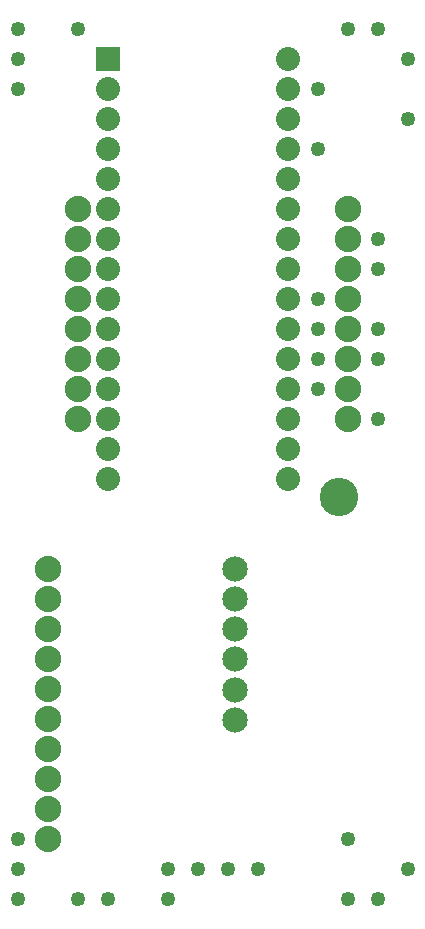
<source format=gbs>
G04 MADE WITH FRITZING*
G04 WWW.FRITZING.ORG*
G04 DOUBLE SIDED*
G04 HOLES PLATED*
G04 CONTOUR ON CENTER OF CONTOUR VECTOR*
%ASAXBY*%
%FSLAX23Y23*%
%MOIN*%
%OFA0B0*%
%SFA1.0B1.0*%
%ADD10C,0.080000*%
%ADD11C,0.088000*%
%ADD12C,0.084291*%
%ADD13C,0.049370*%
%ADD14C,0.128110*%
%ADD15R,0.079972X0.080000*%
%LNMASK0*%
G90*
G70*
G54D10*
X389Y2908D03*
X389Y2808D03*
X389Y2708D03*
X389Y2608D03*
X389Y2508D03*
X389Y2408D03*
X389Y2308D03*
X389Y2208D03*
X389Y2108D03*
X389Y2008D03*
X389Y1908D03*
X389Y1808D03*
X389Y1708D03*
X389Y1608D03*
X389Y1508D03*
X989Y2908D03*
X989Y2808D03*
X989Y2708D03*
X989Y2608D03*
X989Y2508D03*
X989Y2408D03*
X989Y2308D03*
X989Y2208D03*
X989Y2108D03*
X989Y2008D03*
X989Y1908D03*
X989Y1808D03*
X989Y1708D03*
X989Y1608D03*
X989Y1508D03*
G54D11*
X189Y508D03*
X189Y608D03*
X189Y708D03*
X189Y808D03*
X189Y908D03*
X189Y1008D03*
X189Y1108D03*
X189Y1208D03*
X189Y308D03*
X189Y408D03*
G54D12*
X815Y707D03*
X815Y807D03*
X815Y908D03*
X815Y1008D03*
X815Y1108D03*
X815Y1209D03*
G54D11*
X290Y1708D03*
X290Y1808D03*
X290Y1908D03*
X290Y2008D03*
X290Y2108D03*
X290Y2208D03*
X290Y2308D03*
X290Y2408D03*
X1190Y2408D03*
X1190Y2308D03*
X1190Y2208D03*
X1190Y2108D03*
X1190Y2008D03*
X1190Y1908D03*
X1190Y1808D03*
X1190Y1708D03*
X290Y1708D03*
X290Y1808D03*
X290Y1908D03*
X290Y2008D03*
X290Y2108D03*
X290Y2208D03*
X290Y2308D03*
X290Y2408D03*
X1190Y2408D03*
X1190Y2308D03*
X1190Y2208D03*
X1190Y2108D03*
X1190Y2008D03*
X1190Y1908D03*
X1190Y1808D03*
X1190Y1708D03*
G54D13*
X1290Y2308D03*
X1290Y1908D03*
X1290Y2008D03*
X1290Y1708D03*
X1290Y2208D03*
X289Y3008D03*
X1390Y2908D03*
X1390Y2708D03*
X89Y3008D03*
X89Y2808D03*
X1190Y3008D03*
X1290Y3008D03*
X89Y2908D03*
X1090Y1908D03*
X1090Y1808D03*
X1090Y2608D03*
X1090Y2808D03*
X1090Y2108D03*
X1090Y2008D03*
X689Y208D03*
X589Y208D03*
X89Y108D03*
X889Y208D03*
X589Y108D03*
X1190Y308D03*
X789Y208D03*
X289Y108D03*
X1190Y108D03*
X1290Y108D03*
X1390Y208D03*
X89Y308D03*
X389Y108D03*
X89Y208D03*
G54D14*
X1159Y1451D03*
G54D15*
X389Y2908D03*
G04 End of Mask0*
M02*
</source>
